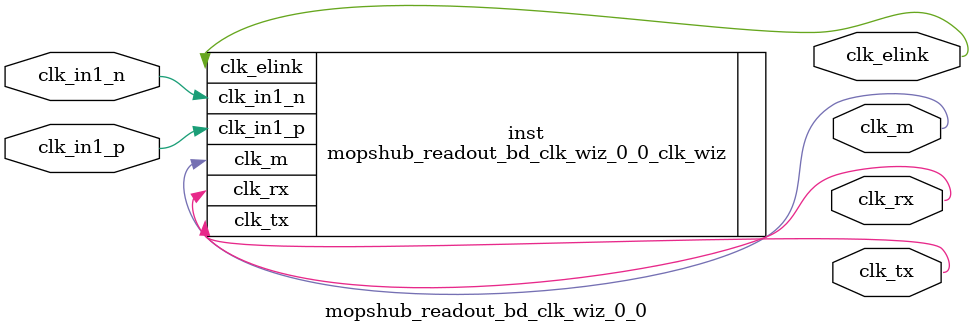
<source format=v>


`timescale 1ps/1ps

(* CORE_GENERATION_INFO = "mopshub_readout_bd_clk_wiz_0_0,clk_wiz_v6_0_6_0_0,{component_name=mopshub_readout_bd_clk_wiz_0_0,use_phase_alignment=true,use_min_o_jitter=false,use_max_i_jitter=false,use_dyn_phase_shift=false,use_inclk_switchover=false,use_dyn_reconfig=false,enable_axi=0,feedback_source=FDBK_AUTO,PRIMITIVE=MMCM,num_out_clk=4,clkin1_period=3.333,clkin2_period=10.0,use_power_down=false,use_reset=false,use_locked=false,use_inclk_stopped=false,feedback_type=SINGLE,CLOCK_MGR_TYPE=NA,manual_override=false}" *)

module mopshub_readout_bd_clk_wiz_0_0 
 (
  // Clock out ports
  output        clk_tx,
  output        clk_rx,
  output        clk_elink,
  output        clk_m,
 // Clock in ports
  input         clk_in1_p,
  input         clk_in1_n
 );

  mopshub_readout_bd_clk_wiz_0_0_clk_wiz inst
  (
  // Clock out ports  
  .clk_tx(clk_tx),
  .clk_rx(clk_rx),
  .clk_elink(clk_elink),
  .clk_m(clk_m),
 // Clock in ports
  .clk_in1_p(clk_in1_p),
  .clk_in1_n(clk_in1_n)
  );

endmodule

</source>
